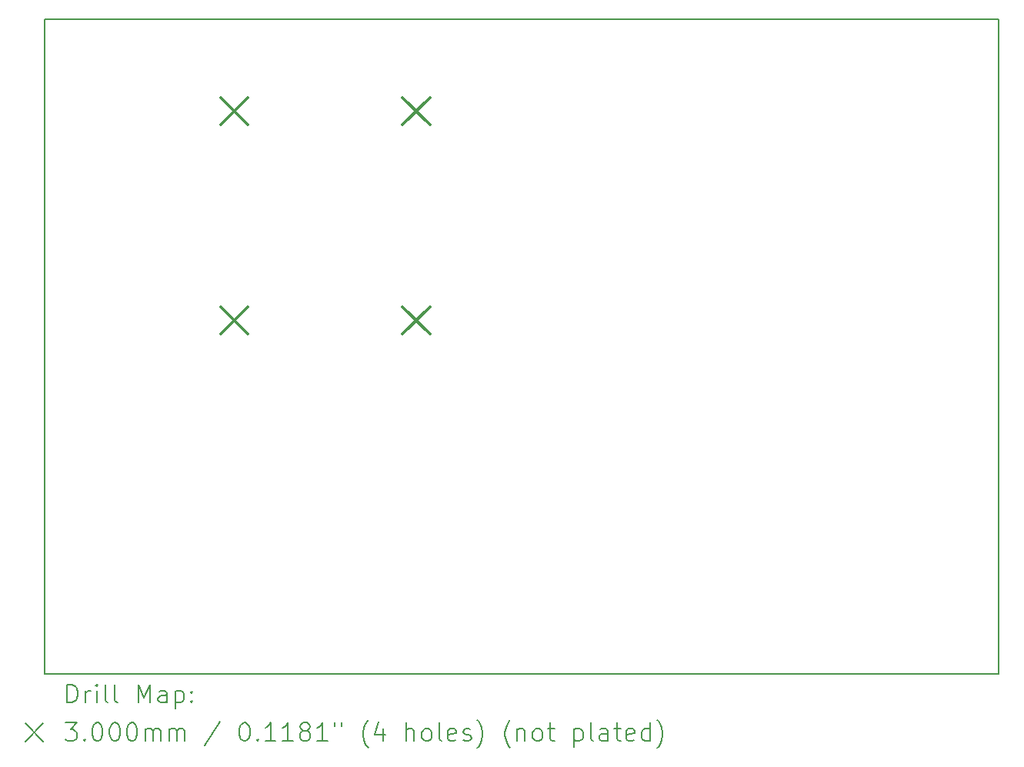
<source format=gbr>
%TF.GenerationSoftware,KiCad,Pcbnew,7.0.6*%
%TF.CreationDate,2024-03-05T09:49:36-05:00*%
%TF.ProjectId,IRON PCB 2.0,49524f4e-2050-4434-9220-322e302e6b69,rev?*%
%TF.SameCoordinates,Original*%
%TF.FileFunction,Drillmap*%
%TF.FilePolarity,Positive*%
%FSLAX45Y45*%
G04 Gerber Fmt 4.5, Leading zero omitted, Abs format (unit mm)*
G04 Created by KiCad (PCBNEW 7.0.6) date 2024-03-05 09:49:36*
%MOMM*%
%LPD*%
G01*
G04 APERTURE LIST*
%ADD10C,0.200000*%
%ADD11C,0.300000*%
G04 APERTURE END LIST*
D10*
X6663000Y-3455000D02*
X17163000Y-3455000D01*
X17163000Y-10655000D01*
X6663000Y-10655000D01*
X6663000Y-3455000D01*
D11*
X8605000Y-4318000D02*
X8905000Y-4618000D01*
X8905000Y-4318000D02*
X8605000Y-4618000D01*
X8605000Y-6618000D02*
X8905000Y-6918000D01*
X8905000Y-6618000D02*
X8605000Y-6918000D01*
X10605000Y-4318000D02*
X10905000Y-4618000D01*
X10905000Y-4318000D02*
X10605000Y-4618000D01*
X10605000Y-6618000D02*
X10905000Y-6918000D01*
X10905000Y-6618000D02*
X10605000Y-6918000D01*
D10*
X6913777Y-10976484D02*
X6913777Y-10776484D01*
X6913777Y-10776484D02*
X6961396Y-10776484D01*
X6961396Y-10776484D02*
X6989967Y-10786008D01*
X6989967Y-10786008D02*
X7009015Y-10805055D01*
X7009015Y-10805055D02*
X7018539Y-10824103D01*
X7018539Y-10824103D02*
X7028062Y-10862198D01*
X7028062Y-10862198D02*
X7028062Y-10890770D01*
X7028062Y-10890770D02*
X7018539Y-10928865D01*
X7018539Y-10928865D02*
X7009015Y-10947912D01*
X7009015Y-10947912D02*
X6989967Y-10966960D01*
X6989967Y-10966960D02*
X6961396Y-10976484D01*
X6961396Y-10976484D02*
X6913777Y-10976484D01*
X7113777Y-10976484D02*
X7113777Y-10843150D01*
X7113777Y-10881246D02*
X7123301Y-10862198D01*
X7123301Y-10862198D02*
X7132824Y-10852674D01*
X7132824Y-10852674D02*
X7151872Y-10843150D01*
X7151872Y-10843150D02*
X7170920Y-10843150D01*
X7237586Y-10976484D02*
X7237586Y-10843150D01*
X7237586Y-10776484D02*
X7228062Y-10786008D01*
X7228062Y-10786008D02*
X7237586Y-10795531D01*
X7237586Y-10795531D02*
X7247110Y-10786008D01*
X7247110Y-10786008D02*
X7237586Y-10776484D01*
X7237586Y-10776484D02*
X7237586Y-10795531D01*
X7361396Y-10976484D02*
X7342348Y-10966960D01*
X7342348Y-10966960D02*
X7332824Y-10947912D01*
X7332824Y-10947912D02*
X7332824Y-10776484D01*
X7466158Y-10976484D02*
X7447110Y-10966960D01*
X7447110Y-10966960D02*
X7437586Y-10947912D01*
X7437586Y-10947912D02*
X7437586Y-10776484D01*
X7694729Y-10976484D02*
X7694729Y-10776484D01*
X7694729Y-10776484D02*
X7761396Y-10919341D01*
X7761396Y-10919341D02*
X7828062Y-10776484D01*
X7828062Y-10776484D02*
X7828062Y-10976484D01*
X8009015Y-10976484D02*
X8009015Y-10871722D01*
X8009015Y-10871722D02*
X7999491Y-10852674D01*
X7999491Y-10852674D02*
X7980443Y-10843150D01*
X7980443Y-10843150D02*
X7942348Y-10843150D01*
X7942348Y-10843150D02*
X7923301Y-10852674D01*
X8009015Y-10966960D02*
X7989967Y-10976484D01*
X7989967Y-10976484D02*
X7942348Y-10976484D01*
X7942348Y-10976484D02*
X7923301Y-10966960D01*
X7923301Y-10966960D02*
X7913777Y-10947912D01*
X7913777Y-10947912D02*
X7913777Y-10928865D01*
X7913777Y-10928865D02*
X7923301Y-10909817D01*
X7923301Y-10909817D02*
X7942348Y-10900293D01*
X7942348Y-10900293D02*
X7989967Y-10900293D01*
X7989967Y-10900293D02*
X8009015Y-10890770D01*
X8104253Y-10843150D02*
X8104253Y-11043150D01*
X8104253Y-10852674D02*
X8123301Y-10843150D01*
X8123301Y-10843150D02*
X8161396Y-10843150D01*
X8161396Y-10843150D02*
X8180443Y-10852674D01*
X8180443Y-10852674D02*
X8189967Y-10862198D01*
X8189967Y-10862198D02*
X8199491Y-10881246D01*
X8199491Y-10881246D02*
X8199491Y-10938389D01*
X8199491Y-10938389D02*
X8189967Y-10957436D01*
X8189967Y-10957436D02*
X8180443Y-10966960D01*
X8180443Y-10966960D02*
X8161396Y-10976484D01*
X8161396Y-10976484D02*
X8123301Y-10976484D01*
X8123301Y-10976484D02*
X8104253Y-10966960D01*
X8285205Y-10957436D02*
X8294729Y-10966960D01*
X8294729Y-10966960D02*
X8285205Y-10976484D01*
X8285205Y-10976484D02*
X8275682Y-10966960D01*
X8275682Y-10966960D02*
X8285205Y-10957436D01*
X8285205Y-10957436D02*
X8285205Y-10976484D01*
X8285205Y-10852674D02*
X8294729Y-10862198D01*
X8294729Y-10862198D02*
X8285205Y-10871722D01*
X8285205Y-10871722D02*
X8275682Y-10862198D01*
X8275682Y-10862198D02*
X8285205Y-10852674D01*
X8285205Y-10852674D02*
X8285205Y-10871722D01*
X6453000Y-11205000D02*
X6653000Y-11405000D01*
X6653000Y-11205000D02*
X6453000Y-11405000D01*
X6894729Y-11196484D02*
X7018539Y-11196484D01*
X7018539Y-11196484D02*
X6951872Y-11272674D01*
X6951872Y-11272674D02*
X6980443Y-11272674D01*
X6980443Y-11272674D02*
X6999491Y-11282198D01*
X6999491Y-11282198D02*
X7009015Y-11291722D01*
X7009015Y-11291722D02*
X7018539Y-11310769D01*
X7018539Y-11310769D02*
X7018539Y-11358388D01*
X7018539Y-11358388D02*
X7009015Y-11377436D01*
X7009015Y-11377436D02*
X6999491Y-11386960D01*
X6999491Y-11386960D02*
X6980443Y-11396484D01*
X6980443Y-11396484D02*
X6923301Y-11396484D01*
X6923301Y-11396484D02*
X6904253Y-11386960D01*
X6904253Y-11386960D02*
X6894729Y-11377436D01*
X7104253Y-11377436D02*
X7113777Y-11386960D01*
X7113777Y-11386960D02*
X7104253Y-11396484D01*
X7104253Y-11396484D02*
X7094729Y-11386960D01*
X7094729Y-11386960D02*
X7104253Y-11377436D01*
X7104253Y-11377436D02*
X7104253Y-11396484D01*
X7237586Y-11196484D02*
X7256634Y-11196484D01*
X7256634Y-11196484D02*
X7275682Y-11206008D01*
X7275682Y-11206008D02*
X7285205Y-11215531D01*
X7285205Y-11215531D02*
X7294729Y-11234579D01*
X7294729Y-11234579D02*
X7304253Y-11272674D01*
X7304253Y-11272674D02*
X7304253Y-11320293D01*
X7304253Y-11320293D02*
X7294729Y-11358388D01*
X7294729Y-11358388D02*
X7285205Y-11377436D01*
X7285205Y-11377436D02*
X7275682Y-11386960D01*
X7275682Y-11386960D02*
X7256634Y-11396484D01*
X7256634Y-11396484D02*
X7237586Y-11396484D01*
X7237586Y-11396484D02*
X7218539Y-11386960D01*
X7218539Y-11386960D02*
X7209015Y-11377436D01*
X7209015Y-11377436D02*
X7199491Y-11358388D01*
X7199491Y-11358388D02*
X7189967Y-11320293D01*
X7189967Y-11320293D02*
X7189967Y-11272674D01*
X7189967Y-11272674D02*
X7199491Y-11234579D01*
X7199491Y-11234579D02*
X7209015Y-11215531D01*
X7209015Y-11215531D02*
X7218539Y-11206008D01*
X7218539Y-11206008D02*
X7237586Y-11196484D01*
X7428062Y-11196484D02*
X7447110Y-11196484D01*
X7447110Y-11196484D02*
X7466158Y-11206008D01*
X7466158Y-11206008D02*
X7475682Y-11215531D01*
X7475682Y-11215531D02*
X7485205Y-11234579D01*
X7485205Y-11234579D02*
X7494729Y-11272674D01*
X7494729Y-11272674D02*
X7494729Y-11320293D01*
X7494729Y-11320293D02*
X7485205Y-11358388D01*
X7485205Y-11358388D02*
X7475682Y-11377436D01*
X7475682Y-11377436D02*
X7466158Y-11386960D01*
X7466158Y-11386960D02*
X7447110Y-11396484D01*
X7447110Y-11396484D02*
X7428062Y-11396484D01*
X7428062Y-11396484D02*
X7409015Y-11386960D01*
X7409015Y-11386960D02*
X7399491Y-11377436D01*
X7399491Y-11377436D02*
X7389967Y-11358388D01*
X7389967Y-11358388D02*
X7380443Y-11320293D01*
X7380443Y-11320293D02*
X7380443Y-11272674D01*
X7380443Y-11272674D02*
X7389967Y-11234579D01*
X7389967Y-11234579D02*
X7399491Y-11215531D01*
X7399491Y-11215531D02*
X7409015Y-11206008D01*
X7409015Y-11206008D02*
X7428062Y-11196484D01*
X7618539Y-11196484D02*
X7637586Y-11196484D01*
X7637586Y-11196484D02*
X7656634Y-11206008D01*
X7656634Y-11206008D02*
X7666158Y-11215531D01*
X7666158Y-11215531D02*
X7675682Y-11234579D01*
X7675682Y-11234579D02*
X7685205Y-11272674D01*
X7685205Y-11272674D02*
X7685205Y-11320293D01*
X7685205Y-11320293D02*
X7675682Y-11358388D01*
X7675682Y-11358388D02*
X7666158Y-11377436D01*
X7666158Y-11377436D02*
X7656634Y-11386960D01*
X7656634Y-11386960D02*
X7637586Y-11396484D01*
X7637586Y-11396484D02*
X7618539Y-11396484D01*
X7618539Y-11396484D02*
X7599491Y-11386960D01*
X7599491Y-11386960D02*
X7589967Y-11377436D01*
X7589967Y-11377436D02*
X7580443Y-11358388D01*
X7580443Y-11358388D02*
X7570920Y-11320293D01*
X7570920Y-11320293D02*
X7570920Y-11272674D01*
X7570920Y-11272674D02*
X7580443Y-11234579D01*
X7580443Y-11234579D02*
X7589967Y-11215531D01*
X7589967Y-11215531D02*
X7599491Y-11206008D01*
X7599491Y-11206008D02*
X7618539Y-11196484D01*
X7770920Y-11396484D02*
X7770920Y-11263150D01*
X7770920Y-11282198D02*
X7780443Y-11272674D01*
X7780443Y-11272674D02*
X7799491Y-11263150D01*
X7799491Y-11263150D02*
X7828063Y-11263150D01*
X7828063Y-11263150D02*
X7847110Y-11272674D01*
X7847110Y-11272674D02*
X7856634Y-11291722D01*
X7856634Y-11291722D02*
X7856634Y-11396484D01*
X7856634Y-11291722D02*
X7866158Y-11272674D01*
X7866158Y-11272674D02*
X7885205Y-11263150D01*
X7885205Y-11263150D02*
X7913777Y-11263150D01*
X7913777Y-11263150D02*
X7932824Y-11272674D01*
X7932824Y-11272674D02*
X7942348Y-11291722D01*
X7942348Y-11291722D02*
X7942348Y-11396484D01*
X8037586Y-11396484D02*
X8037586Y-11263150D01*
X8037586Y-11282198D02*
X8047110Y-11272674D01*
X8047110Y-11272674D02*
X8066158Y-11263150D01*
X8066158Y-11263150D02*
X8094729Y-11263150D01*
X8094729Y-11263150D02*
X8113777Y-11272674D01*
X8113777Y-11272674D02*
X8123301Y-11291722D01*
X8123301Y-11291722D02*
X8123301Y-11396484D01*
X8123301Y-11291722D02*
X8132824Y-11272674D01*
X8132824Y-11272674D02*
X8151872Y-11263150D01*
X8151872Y-11263150D02*
X8180443Y-11263150D01*
X8180443Y-11263150D02*
X8199491Y-11272674D01*
X8199491Y-11272674D02*
X8209015Y-11291722D01*
X8209015Y-11291722D02*
X8209015Y-11396484D01*
X8599491Y-11186960D02*
X8428063Y-11444103D01*
X8856634Y-11196484D02*
X8875682Y-11196484D01*
X8875682Y-11196484D02*
X8894729Y-11206008D01*
X8894729Y-11206008D02*
X8904253Y-11215531D01*
X8904253Y-11215531D02*
X8913777Y-11234579D01*
X8913777Y-11234579D02*
X8923301Y-11272674D01*
X8923301Y-11272674D02*
X8923301Y-11320293D01*
X8923301Y-11320293D02*
X8913777Y-11358388D01*
X8913777Y-11358388D02*
X8904253Y-11377436D01*
X8904253Y-11377436D02*
X8894729Y-11386960D01*
X8894729Y-11386960D02*
X8875682Y-11396484D01*
X8875682Y-11396484D02*
X8856634Y-11396484D01*
X8856634Y-11396484D02*
X8837587Y-11386960D01*
X8837587Y-11386960D02*
X8828063Y-11377436D01*
X8828063Y-11377436D02*
X8818539Y-11358388D01*
X8818539Y-11358388D02*
X8809015Y-11320293D01*
X8809015Y-11320293D02*
X8809015Y-11272674D01*
X8809015Y-11272674D02*
X8818539Y-11234579D01*
X8818539Y-11234579D02*
X8828063Y-11215531D01*
X8828063Y-11215531D02*
X8837587Y-11206008D01*
X8837587Y-11206008D02*
X8856634Y-11196484D01*
X9009015Y-11377436D02*
X9018539Y-11386960D01*
X9018539Y-11386960D02*
X9009015Y-11396484D01*
X9009015Y-11396484D02*
X8999491Y-11386960D01*
X8999491Y-11386960D02*
X9009015Y-11377436D01*
X9009015Y-11377436D02*
X9009015Y-11396484D01*
X9209015Y-11396484D02*
X9094729Y-11396484D01*
X9151872Y-11396484D02*
X9151872Y-11196484D01*
X9151872Y-11196484D02*
X9132825Y-11225055D01*
X9132825Y-11225055D02*
X9113777Y-11244103D01*
X9113777Y-11244103D02*
X9094729Y-11253627D01*
X9399491Y-11396484D02*
X9285206Y-11396484D01*
X9342348Y-11396484D02*
X9342348Y-11196484D01*
X9342348Y-11196484D02*
X9323301Y-11225055D01*
X9323301Y-11225055D02*
X9304253Y-11244103D01*
X9304253Y-11244103D02*
X9285206Y-11253627D01*
X9513777Y-11282198D02*
X9494729Y-11272674D01*
X9494729Y-11272674D02*
X9485206Y-11263150D01*
X9485206Y-11263150D02*
X9475682Y-11244103D01*
X9475682Y-11244103D02*
X9475682Y-11234579D01*
X9475682Y-11234579D02*
X9485206Y-11215531D01*
X9485206Y-11215531D02*
X9494729Y-11206008D01*
X9494729Y-11206008D02*
X9513777Y-11196484D01*
X9513777Y-11196484D02*
X9551872Y-11196484D01*
X9551872Y-11196484D02*
X9570920Y-11206008D01*
X9570920Y-11206008D02*
X9580444Y-11215531D01*
X9580444Y-11215531D02*
X9589968Y-11234579D01*
X9589968Y-11234579D02*
X9589968Y-11244103D01*
X9589968Y-11244103D02*
X9580444Y-11263150D01*
X9580444Y-11263150D02*
X9570920Y-11272674D01*
X9570920Y-11272674D02*
X9551872Y-11282198D01*
X9551872Y-11282198D02*
X9513777Y-11282198D01*
X9513777Y-11282198D02*
X9494729Y-11291722D01*
X9494729Y-11291722D02*
X9485206Y-11301246D01*
X9485206Y-11301246D02*
X9475682Y-11320293D01*
X9475682Y-11320293D02*
X9475682Y-11358388D01*
X9475682Y-11358388D02*
X9485206Y-11377436D01*
X9485206Y-11377436D02*
X9494729Y-11386960D01*
X9494729Y-11386960D02*
X9513777Y-11396484D01*
X9513777Y-11396484D02*
X9551872Y-11396484D01*
X9551872Y-11396484D02*
X9570920Y-11386960D01*
X9570920Y-11386960D02*
X9580444Y-11377436D01*
X9580444Y-11377436D02*
X9589968Y-11358388D01*
X9589968Y-11358388D02*
X9589968Y-11320293D01*
X9589968Y-11320293D02*
X9580444Y-11301246D01*
X9580444Y-11301246D02*
X9570920Y-11291722D01*
X9570920Y-11291722D02*
X9551872Y-11282198D01*
X9780444Y-11396484D02*
X9666158Y-11396484D01*
X9723301Y-11396484D02*
X9723301Y-11196484D01*
X9723301Y-11196484D02*
X9704253Y-11225055D01*
X9704253Y-11225055D02*
X9685206Y-11244103D01*
X9685206Y-11244103D02*
X9666158Y-11253627D01*
X9856634Y-11196484D02*
X9856634Y-11234579D01*
X9932825Y-11196484D02*
X9932825Y-11234579D01*
X10228063Y-11472674D02*
X10218539Y-11463150D01*
X10218539Y-11463150D02*
X10199491Y-11434579D01*
X10199491Y-11434579D02*
X10189968Y-11415531D01*
X10189968Y-11415531D02*
X10180444Y-11386960D01*
X10180444Y-11386960D02*
X10170920Y-11339341D01*
X10170920Y-11339341D02*
X10170920Y-11301246D01*
X10170920Y-11301246D02*
X10180444Y-11253627D01*
X10180444Y-11253627D02*
X10189968Y-11225055D01*
X10189968Y-11225055D02*
X10199491Y-11206008D01*
X10199491Y-11206008D02*
X10218539Y-11177436D01*
X10218539Y-11177436D02*
X10228063Y-11167912D01*
X10389968Y-11263150D02*
X10389968Y-11396484D01*
X10342349Y-11186960D02*
X10294730Y-11329817D01*
X10294730Y-11329817D02*
X10418539Y-11329817D01*
X10647111Y-11396484D02*
X10647111Y-11196484D01*
X10732825Y-11396484D02*
X10732825Y-11291722D01*
X10732825Y-11291722D02*
X10723301Y-11272674D01*
X10723301Y-11272674D02*
X10704253Y-11263150D01*
X10704253Y-11263150D02*
X10675682Y-11263150D01*
X10675682Y-11263150D02*
X10656634Y-11272674D01*
X10656634Y-11272674D02*
X10647111Y-11282198D01*
X10856634Y-11396484D02*
X10837587Y-11386960D01*
X10837587Y-11386960D02*
X10828063Y-11377436D01*
X10828063Y-11377436D02*
X10818539Y-11358388D01*
X10818539Y-11358388D02*
X10818539Y-11301246D01*
X10818539Y-11301246D02*
X10828063Y-11282198D01*
X10828063Y-11282198D02*
X10837587Y-11272674D01*
X10837587Y-11272674D02*
X10856634Y-11263150D01*
X10856634Y-11263150D02*
X10885206Y-11263150D01*
X10885206Y-11263150D02*
X10904253Y-11272674D01*
X10904253Y-11272674D02*
X10913777Y-11282198D01*
X10913777Y-11282198D02*
X10923301Y-11301246D01*
X10923301Y-11301246D02*
X10923301Y-11358388D01*
X10923301Y-11358388D02*
X10913777Y-11377436D01*
X10913777Y-11377436D02*
X10904253Y-11386960D01*
X10904253Y-11386960D02*
X10885206Y-11396484D01*
X10885206Y-11396484D02*
X10856634Y-11396484D01*
X11037587Y-11396484D02*
X11018539Y-11386960D01*
X11018539Y-11386960D02*
X11009015Y-11367912D01*
X11009015Y-11367912D02*
X11009015Y-11196484D01*
X11189968Y-11386960D02*
X11170920Y-11396484D01*
X11170920Y-11396484D02*
X11132825Y-11396484D01*
X11132825Y-11396484D02*
X11113777Y-11386960D01*
X11113777Y-11386960D02*
X11104253Y-11367912D01*
X11104253Y-11367912D02*
X11104253Y-11291722D01*
X11104253Y-11291722D02*
X11113777Y-11272674D01*
X11113777Y-11272674D02*
X11132825Y-11263150D01*
X11132825Y-11263150D02*
X11170920Y-11263150D01*
X11170920Y-11263150D02*
X11189968Y-11272674D01*
X11189968Y-11272674D02*
X11199491Y-11291722D01*
X11199491Y-11291722D02*
X11199491Y-11310769D01*
X11199491Y-11310769D02*
X11104253Y-11329817D01*
X11275682Y-11386960D02*
X11294730Y-11396484D01*
X11294730Y-11396484D02*
X11332825Y-11396484D01*
X11332825Y-11396484D02*
X11351872Y-11386960D01*
X11351872Y-11386960D02*
X11361396Y-11367912D01*
X11361396Y-11367912D02*
X11361396Y-11358388D01*
X11361396Y-11358388D02*
X11351872Y-11339341D01*
X11351872Y-11339341D02*
X11332825Y-11329817D01*
X11332825Y-11329817D02*
X11304253Y-11329817D01*
X11304253Y-11329817D02*
X11285206Y-11320293D01*
X11285206Y-11320293D02*
X11275682Y-11301246D01*
X11275682Y-11301246D02*
X11275682Y-11291722D01*
X11275682Y-11291722D02*
X11285206Y-11272674D01*
X11285206Y-11272674D02*
X11304253Y-11263150D01*
X11304253Y-11263150D02*
X11332825Y-11263150D01*
X11332825Y-11263150D02*
X11351872Y-11272674D01*
X11428063Y-11472674D02*
X11437587Y-11463150D01*
X11437587Y-11463150D02*
X11456634Y-11434579D01*
X11456634Y-11434579D02*
X11466158Y-11415531D01*
X11466158Y-11415531D02*
X11475682Y-11386960D01*
X11475682Y-11386960D02*
X11485206Y-11339341D01*
X11485206Y-11339341D02*
X11485206Y-11301246D01*
X11485206Y-11301246D02*
X11475682Y-11253627D01*
X11475682Y-11253627D02*
X11466158Y-11225055D01*
X11466158Y-11225055D02*
X11456634Y-11206008D01*
X11456634Y-11206008D02*
X11437587Y-11177436D01*
X11437587Y-11177436D02*
X11428063Y-11167912D01*
X11789968Y-11472674D02*
X11780444Y-11463150D01*
X11780444Y-11463150D02*
X11761396Y-11434579D01*
X11761396Y-11434579D02*
X11751872Y-11415531D01*
X11751872Y-11415531D02*
X11742349Y-11386960D01*
X11742349Y-11386960D02*
X11732825Y-11339341D01*
X11732825Y-11339341D02*
X11732825Y-11301246D01*
X11732825Y-11301246D02*
X11742349Y-11253627D01*
X11742349Y-11253627D02*
X11751872Y-11225055D01*
X11751872Y-11225055D02*
X11761396Y-11206008D01*
X11761396Y-11206008D02*
X11780444Y-11177436D01*
X11780444Y-11177436D02*
X11789968Y-11167912D01*
X11866158Y-11263150D02*
X11866158Y-11396484D01*
X11866158Y-11282198D02*
X11875682Y-11272674D01*
X11875682Y-11272674D02*
X11894730Y-11263150D01*
X11894730Y-11263150D02*
X11923301Y-11263150D01*
X11923301Y-11263150D02*
X11942349Y-11272674D01*
X11942349Y-11272674D02*
X11951872Y-11291722D01*
X11951872Y-11291722D02*
X11951872Y-11396484D01*
X12075682Y-11396484D02*
X12056634Y-11386960D01*
X12056634Y-11386960D02*
X12047111Y-11377436D01*
X12047111Y-11377436D02*
X12037587Y-11358388D01*
X12037587Y-11358388D02*
X12037587Y-11301246D01*
X12037587Y-11301246D02*
X12047111Y-11282198D01*
X12047111Y-11282198D02*
X12056634Y-11272674D01*
X12056634Y-11272674D02*
X12075682Y-11263150D01*
X12075682Y-11263150D02*
X12104253Y-11263150D01*
X12104253Y-11263150D02*
X12123301Y-11272674D01*
X12123301Y-11272674D02*
X12132825Y-11282198D01*
X12132825Y-11282198D02*
X12142349Y-11301246D01*
X12142349Y-11301246D02*
X12142349Y-11358388D01*
X12142349Y-11358388D02*
X12132825Y-11377436D01*
X12132825Y-11377436D02*
X12123301Y-11386960D01*
X12123301Y-11386960D02*
X12104253Y-11396484D01*
X12104253Y-11396484D02*
X12075682Y-11396484D01*
X12199492Y-11263150D02*
X12275682Y-11263150D01*
X12228063Y-11196484D02*
X12228063Y-11367912D01*
X12228063Y-11367912D02*
X12237587Y-11386960D01*
X12237587Y-11386960D02*
X12256634Y-11396484D01*
X12256634Y-11396484D02*
X12275682Y-11396484D01*
X12494730Y-11263150D02*
X12494730Y-11463150D01*
X12494730Y-11272674D02*
X12513777Y-11263150D01*
X12513777Y-11263150D02*
X12551873Y-11263150D01*
X12551873Y-11263150D02*
X12570920Y-11272674D01*
X12570920Y-11272674D02*
X12580444Y-11282198D01*
X12580444Y-11282198D02*
X12589968Y-11301246D01*
X12589968Y-11301246D02*
X12589968Y-11358388D01*
X12589968Y-11358388D02*
X12580444Y-11377436D01*
X12580444Y-11377436D02*
X12570920Y-11386960D01*
X12570920Y-11386960D02*
X12551873Y-11396484D01*
X12551873Y-11396484D02*
X12513777Y-11396484D01*
X12513777Y-11396484D02*
X12494730Y-11386960D01*
X12704253Y-11396484D02*
X12685206Y-11386960D01*
X12685206Y-11386960D02*
X12675682Y-11367912D01*
X12675682Y-11367912D02*
X12675682Y-11196484D01*
X12866158Y-11396484D02*
X12866158Y-11291722D01*
X12866158Y-11291722D02*
X12856634Y-11272674D01*
X12856634Y-11272674D02*
X12837587Y-11263150D01*
X12837587Y-11263150D02*
X12799492Y-11263150D01*
X12799492Y-11263150D02*
X12780444Y-11272674D01*
X12866158Y-11386960D02*
X12847111Y-11396484D01*
X12847111Y-11396484D02*
X12799492Y-11396484D01*
X12799492Y-11396484D02*
X12780444Y-11386960D01*
X12780444Y-11386960D02*
X12770920Y-11367912D01*
X12770920Y-11367912D02*
X12770920Y-11348865D01*
X12770920Y-11348865D02*
X12780444Y-11329817D01*
X12780444Y-11329817D02*
X12799492Y-11320293D01*
X12799492Y-11320293D02*
X12847111Y-11320293D01*
X12847111Y-11320293D02*
X12866158Y-11310769D01*
X12932825Y-11263150D02*
X13009015Y-11263150D01*
X12961396Y-11196484D02*
X12961396Y-11367912D01*
X12961396Y-11367912D02*
X12970920Y-11386960D01*
X12970920Y-11386960D02*
X12989968Y-11396484D01*
X12989968Y-11396484D02*
X13009015Y-11396484D01*
X13151873Y-11386960D02*
X13132825Y-11396484D01*
X13132825Y-11396484D02*
X13094730Y-11396484D01*
X13094730Y-11396484D02*
X13075682Y-11386960D01*
X13075682Y-11386960D02*
X13066158Y-11367912D01*
X13066158Y-11367912D02*
X13066158Y-11291722D01*
X13066158Y-11291722D02*
X13075682Y-11272674D01*
X13075682Y-11272674D02*
X13094730Y-11263150D01*
X13094730Y-11263150D02*
X13132825Y-11263150D01*
X13132825Y-11263150D02*
X13151873Y-11272674D01*
X13151873Y-11272674D02*
X13161396Y-11291722D01*
X13161396Y-11291722D02*
X13161396Y-11310769D01*
X13161396Y-11310769D02*
X13066158Y-11329817D01*
X13332825Y-11396484D02*
X13332825Y-11196484D01*
X13332825Y-11386960D02*
X13313777Y-11396484D01*
X13313777Y-11396484D02*
X13275682Y-11396484D01*
X13275682Y-11396484D02*
X13256634Y-11386960D01*
X13256634Y-11386960D02*
X13247111Y-11377436D01*
X13247111Y-11377436D02*
X13237587Y-11358388D01*
X13237587Y-11358388D02*
X13237587Y-11301246D01*
X13237587Y-11301246D02*
X13247111Y-11282198D01*
X13247111Y-11282198D02*
X13256634Y-11272674D01*
X13256634Y-11272674D02*
X13275682Y-11263150D01*
X13275682Y-11263150D02*
X13313777Y-11263150D01*
X13313777Y-11263150D02*
X13332825Y-11272674D01*
X13409015Y-11472674D02*
X13418539Y-11463150D01*
X13418539Y-11463150D02*
X13437587Y-11434579D01*
X13437587Y-11434579D02*
X13447111Y-11415531D01*
X13447111Y-11415531D02*
X13456634Y-11386960D01*
X13456634Y-11386960D02*
X13466158Y-11339341D01*
X13466158Y-11339341D02*
X13466158Y-11301246D01*
X13466158Y-11301246D02*
X13456634Y-11253627D01*
X13456634Y-11253627D02*
X13447111Y-11225055D01*
X13447111Y-11225055D02*
X13437587Y-11206008D01*
X13437587Y-11206008D02*
X13418539Y-11177436D01*
X13418539Y-11177436D02*
X13409015Y-11167912D01*
M02*

</source>
